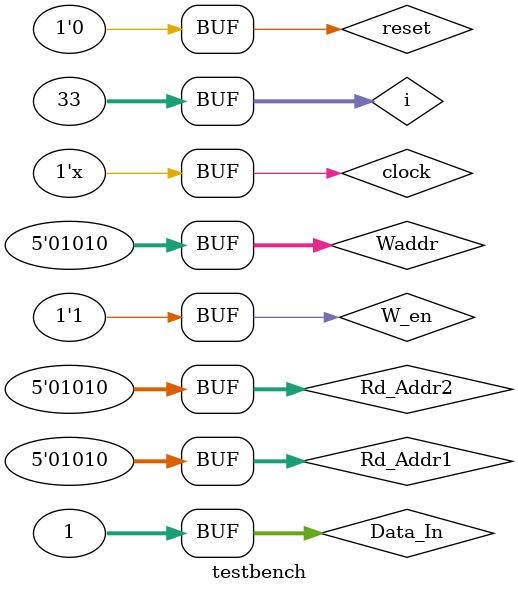
<source format=v>

`timescale 1ns / 100ps

module testbench;
	reg			clock;
	reg			reset;
	reg 	[31: 0]		Data_In;
	reg 	[ 4: 0]		Waddr;
	reg			W_en;
	wire	[31: 0]		Data_out1;
	reg	[ 4: 0]		Rd_Addr1;
	wire	[31: 0]		Data_out2;
	reg	[ 4: 0]		Rd_Addr2;

integer i;

regfile regfile(
	.clock(clock),
	.reset(reset),
	.Data_In(Data_In),
	.Waddr(Waddr),
	.W_en(W_en),
	.Data_out1(Data_out1),
	.Rd_Addr1(Rd_Addr1),
	.Data_out2(Data_out2),
	.Rd_Addr2(Rd_Addr2)
);

always 
begin
	#5 clock=!clock;
end

initial begin
	clock=0;
	reset=1;
#10	reset=0;
// write 
	for (i=0;i<33;i=i+1)
	begin
#10		Data_In=i;
		Waddr=i;
		W_en=1;
	end
//read
	for (i=0;i<33;i=i+1)
	begin	
#10		if( i % 2 == 0) 
		begin
			Rd_Addr1=i;
		end else begin
			Rd_Addr2=i;
		end
	end
//read the same addr
#10 
		Rd_Addr1=10;
		Rd_Addr2=10;
// read and write
#10
		Rd_Addr1=10;
		Rd_Addr2=10;
		Waddr=10;
		W_en=1;
		Data_In=1;
end

endmodule

</source>
